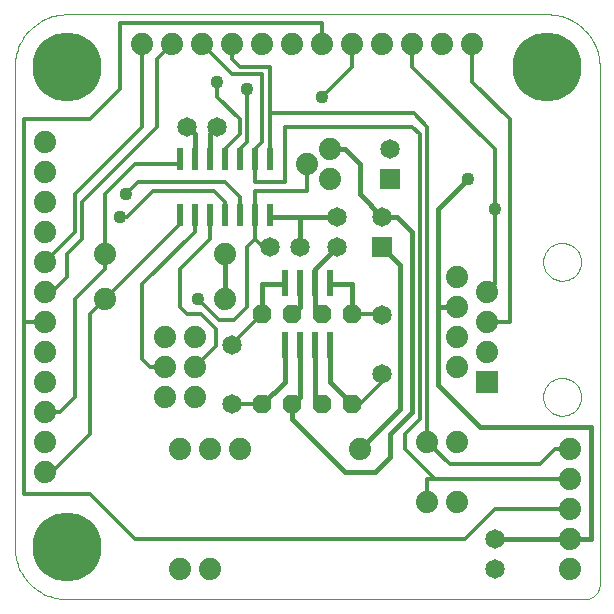
<source format=gtl>
G75*
G70*
%OFA0B0*%
%FSLAX24Y24*%
%IPPOS*%
%LPD*%
%AMOC8*
5,1,8,0,0,1.08239X$1,22.5*
%
%ADD10C,0.0000*%
%ADD11C,0.0740*%
%ADD12R,0.0220X0.0780*%
%ADD13R,0.0740X0.0740*%
%ADD14C,0.0650*%
%ADD15C,0.2300*%
%ADD16OC8,0.0630*%
%ADD17R,0.0240X0.0870*%
%ADD18C,0.0160*%
%ADD19R,0.0650X0.0650*%
%ADD20C,0.0150*%
%ADD21C,0.0436*%
%ADD22C,0.0120*%
%ADD23C,0.0100*%
D10*
X002425Y000675D02*
X019675Y000675D01*
X019719Y000677D01*
X019762Y000683D01*
X019804Y000692D01*
X019846Y000705D01*
X019886Y000722D01*
X019925Y000742D01*
X019962Y000765D01*
X019996Y000792D01*
X020029Y000821D01*
X020058Y000854D01*
X020085Y000888D01*
X020108Y000925D01*
X020128Y000964D01*
X020145Y001004D01*
X020158Y001046D01*
X020167Y001088D01*
X020173Y001131D01*
X020175Y001175D01*
X020175Y018425D01*
X020173Y018508D01*
X020167Y018591D01*
X020157Y018674D01*
X020143Y018756D01*
X020126Y018838D01*
X020104Y018918D01*
X020079Y018997D01*
X020050Y019075D01*
X020017Y019152D01*
X019980Y019227D01*
X019941Y019300D01*
X019897Y019371D01*
X019851Y019440D01*
X019801Y019507D01*
X019748Y019571D01*
X019692Y019633D01*
X019633Y019692D01*
X019571Y019748D01*
X019507Y019801D01*
X019440Y019851D01*
X019371Y019897D01*
X019300Y019941D01*
X019227Y019980D01*
X019152Y020017D01*
X019075Y020050D01*
X018997Y020079D01*
X018918Y020104D01*
X018838Y020126D01*
X018756Y020143D01*
X018674Y020157D01*
X018591Y020167D01*
X018508Y020173D01*
X018425Y020175D01*
X002425Y020175D01*
X002342Y020173D01*
X002259Y020167D01*
X002176Y020157D01*
X002094Y020143D01*
X002012Y020126D01*
X001932Y020104D01*
X001853Y020079D01*
X001775Y020050D01*
X001698Y020017D01*
X001623Y019980D01*
X001550Y019941D01*
X001479Y019897D01*
X001410Y019851D01*
X001343Y019801D01*
X001279Y019748D01*
X001217Y019692D01*
X001158Y019633D01*
X001102Y019571D01*
X001049Y019507D01*
X000999Y019440D01*
X000953Y019371D01*
X000909Y019300D01*
X000870Y019227D01*
X000833Y019152D01*
X000800Y019075D01*
X000771Y018997D01*
X000746Y018918D01*
X000724Y018838D01*
X000707Y018756D01*
X000693Y018674D01*
X000683Y018591D01*
X000677Y018508D01*
X000675Y018425D01*
X000675Y002425D01*
X000677Y002342D01*
X000683Y002259D01*
X000693Y002176D01*
X000707Y002094D01*
X000724Y002012D01*
X000746Y001932D01*
X000771Y001853D01*
X000800Y001775D01*
X000833Y001698D01*
X000870Y001623D01*
X000909Y001550D01*
X000953Y001479D01*
X000999Y001410D01*
X001049Y001343D01*
X001102Y001279D01*
X001158Y001217D01*
X001217Y001158D01*
X001279Y001102D01*
X001343Y001049D01*
X001410Y000999D01*
X001479Y000953D01*
X001550Y000909D01*
X001623Y000870D01*
X001698Y000833D01*
X001775Y000800D01*
X001853Y000771D01*
X001932Y000746D01*
X002012Y000724D01*
X002094Y000707D01*
X002176Y000693D01*
X002259Y000683D01*
X002342Y000677D01*
X002425Y000675D01*
X018295Y007425D02*
X018297Y007475D01*
X018303Y007525D01*
X018313Y007574D01*
X018327Y007622D01*
X018344Y007669D01*
X018365Y007714D01*
X018390Y007758D01*
X018418Y007799D01*
X018450Y007838D01*
X018484Y007875D01*
X018521Y007909D01*
X018561Y007939D01*
X018603Y007966D01*
X018647Y007990D01*
X018693Y008011D01*
X018740Y008027D01*
X018788Y008040D01*
X018838Y008049D01*
X018887Y008054D01*
X018938Y008055D01*
X018988Y008052D01*
X019037Y008045D01*
X019086Y008034D01*
X019134Y008019D01*
X019180Y008001D01*
X019225Y007979D01*
X019268Y007953D01*
X019309Y007924D01*
X019348Y007892D01*
X019384Y007857D01*
X019416Y007819D01*
X019446Y007779D01*
X019473Y007736D01*
X019496Y007692D01*
X019515Y007646D01*
X019531Y007598D01*
X019543Y007549D01*
X019551Y007500D01*
X019555Y007450D01*
X019555Y007400D01*
X019551Y007350D01*
X019543Y007301D01*
X019531Y007252D01*
X019515Y007204D01*
X019496Y007158D01*
X019473Y007114D01*
X019446Y007071D01*
X019416Y007031D01*
X019384Y006993D01*
X019348Y006958D01*
X019309Y006926D01*
X019268Y006897D01*
X019225Y006871D01*
X019180Y006849D01*
X019134Y006831D01*
X019086Y006816D01*
X019037Y006805D01*
X018988Y006798D01*
X018938Y006795D01*
X018887Y006796D01*
X018838Y006801D01*
X018788Y006810D01*
X018740Y006823D01*
X018693Y006839D01*
X018647Y006860D01*
X018603Y006884D01*
X018561Y006911D01*
X018521Y006941D01*
X018484Y006975D01*
X018450Y007012D01*
X018418Y007051D01*
X018390Y007092D01*
X018365Y007136D01*
X018344Y007181D01*
X018327Y007228D01*
X018313Y007276D01*
X018303Y007325D01*
X018297Y007375D01*
X018295Y007425D01*
X018295Y011925D02*
X018297Y011975D01*
X018303Y012025D01*
X018313Y012074D01*
X018327Y012122D01*
X018344Y012169D01*
X018365Y012214D01*
X018390Y012258D01*
X018418Y012299D01*
X018450Y012338D01*
X018484Y012375D01*
X018521Y012409D01*
X018561Y012439D01*
X018603Y012466D01*
X018647Y012490D01*
X018693Y012511D01*
X018740Y012527D01*
X018788Y012540D01*
X018838Y012549D01*
X018887Y012554D01*
X018938Y012555D01*
X018988Y012552D01*
X019037Y012545D01*
X019086Y012534D01*
X019134Y012519D01*
X019180Y012501D01*
X019225Y012479D01*
X019268Y012453D01*
X019309Y012424D01*
X019348Y012392D01*
X019384Y012357D01*
X019416Y012319D01*
X019446Y012279D01*
X019473Y012236D01*
X019496Y012192D01*
X019515Y012146D01*
X019531Y012098D01*
X019543Y012049D01*
X019551Y012000D01*
X019555Y011950D01*
X019555Y011900D01*
X019551Y011850D01*
X019543Y011801D01*
X019531Y011752D01*
X019515Y011704D01*
X019496Y011658D01*
X019473Y011614D01*
X019446Y011571D01*
X019416Y011531D01*
X019384Y011493D01*
X019348Y011458D01*
X019309Y011426D01*
X019268Y011397D01*
X019225Y011371D01*
X019180Y011349D01*
X019134Y011331D01*
X019086Y011316D01*
X019037Y011305D01*
X018988Y011298D01*
X018938Y011295D01*
X018887Y011296D01*
X018838Y011301D01*
X018788Y011310D01*
X018740Y011323D01*
X018693Y011339D01*
X018647Y011360D01*
X018603Y011384D01*
X018561Y011411D01*
X018521Y011441D01*
X018484Y011475D01*
X018450Y011512D01*
X018418Y011551D01*
X018390Y011592D01*
X018365Y011636D01*
X018344Y011681D01*
X018327Y011728D01*
X018313Y011776D01*
X018303Y011825D01*
X018297Y011875D01*
X018295Y011925D01*
D11*
X016425Y010925D03*
X015425Y010425D03*
X015425Y011425D03*
X016425Y009925D03*
X015425Y009425D03*
X016425Y008925D03*
X015425Y008425D03*
X015425Y005925D03*
X014425Y005925D03*
X012175Y005675D03*
X014425Y003925D03*
X015425Y003925D03*
X019175Y003675D03*
X019175Y002675D03*
X019175Y001675D03*
X019175Y004675D03*
X019175Y005675D03*
X011175Y014675D03*
X010425Y015175D03*
X011175Y015675D03*
X010925Y019175D03*
X009925Y019175D03*
X008925Y019175D03*
X007925Y019175D03*
X006925Y019175D03*
X005925Y019175D03*
X004925Y019175D03*
X001675Y015925D03*
X001675Y014925D03*
X001675Y013925D03*
X001675Y012925D03*
X001675Y011925D03*
X001675Y010925D03*
X001675Y009925D03*
X001675Y008925D03*
X001675Y007925D03*
X001675Y006925D03*
X001675Y005925D03*
X001675Y004925D03*
X005675Y007425D03*
X006675Y007425D03*
X006675Y008425D03*
X005675Y008425D03*
X005675Y009425D03*
X006675Y009425D03*
X007675Y010675D03*
X007675Y012175D03*
X003675Y012175D03*
X003675Y010675D03*
X006175Y005675D03*
X007175Y005675D03*
X008175Y005675D03*
X007175Y001675D03*
X006175Y001675D03*
X011925Y019175D03*
X012925Y019175D03*
X013925Y019175D03*
X014925Y019175D03*
X015925Y019175D03*
D12*
X009175Y015355D03*
X008675Y015355D03*
X008175Y015355D03*
X007675Y015355D03*
X007175Y015355D03*
X006675Y015355D03*
X006175Y015355D03*
X006175Y013495D03*
X006675Y013495D03*
X007175Y013495D03*
X007675Y013495D03*
X008175Y013495D03*
X008675Y013495D03*
X009175Y013495D03*
D13*
X016425Y007925D03*
D14*
X012925Y008191D03*
X012925Y010159D03*
X011425Y012425D03*
X011425Y013425D03*
X010175Y012425D03*
X009175Y012425D03*
X007925Y009159D03*
X007925Y007191D03*
X012925Y013425D03*
X013175Y015675D03*
X007425Y016425D03*
X006425Y016425D03*
X016675Y002675D03*
X016675Y001675D03*
D15*
X002425Y002425D03*
X002425Y018425D03*
X018425Y018425D03*
D16*
X011925Y010175D03*
X010925Y010175D03*
X009925Y010175D03*
X008925Y010175D03*
X008925Y007175D03*
X009925Y007175D03*
X010925Y007175D03*
X011925Y007175D03*
D17*
X011175Y009145D03*
X010675Y009145D03*
X010175Y009145D03*
X009675Y009145D03*
X009675Y011205D03*
X010175Y011205D03*
X010675Y011205D03*
X011175Y011205D03*
D18*
X011175Y011175D02*
X011925Y011175D01*
X011925Y010175D01*
X011175Y009175D02*
X011175Y007925D01*
X011925Y007175D01*
X010925Y007175D02*
X010675Y007425D01*
X010675Y009175D01*
X010175Y009175D02*
X010175Y007425D01*
X009925Y007175D01*
X009675Y007925D02*
X008925Y007175D01*
X009675Y007925D02*
X009675Y009175D01*
X009925Y010175D02*
X010175Y010425D01*
X010175Y011175D01*
X009675Y011175D02*
X008925Y011175D01*
X008925Y010175D01*
X010675Y010425D02*
X010925Y010175D01*
X010675Y010425D02*
X010675Y011175D01*
D19*
X012925Y012425D03*
X013175Y014675D03*
D20*
X012175Y014175D02*
X012925Y013425D01*
X013425Y013425D01*
X013925Y012925D01*
X013925Y006925D01*
X013175Y006175D01*
X013175Y005425D01*
X012675Y004925D01*
X011675Y004925D01*
X009925Y006675D01*
X009925Y007175D01*
X010175Y007425D02*
X010175Y009175D01*
X010175Y009145D01*
X010175Y010425D02*
X010175Y011175D01*
X010175Y011205D01*
X010675Y011205D02*
X010675Y011675D01*
X011425Y012425D01*
X011425Y013425D02*
X010175Y013425D01*
X010175Y012425D01*
X010175Y013425D02*
X009175Y013425D01*
X009175Y013495D01*
X007675Y012175D02*
X007675Y010675D01*
X010675Y010425D02*
X010675Y011175D01*
X010675Y011205D01*
X012925Y012425D02*
X013525Y011825D01*
X013525Y007025D01*
X012175Y005675D01*
X014775Y007825D02*
X014775Y010425D01*
X014775Y013675D01*
X015775Y014675D01*
X012175Y015175D02*
X012175Y014175D01*
X012175Y015175D02*
X011675Y015675D01*
X011175Y015675D01*
X007425Y016425D02*
X007175Y016175D01*
X007175Y015355D01*
X006675Y015355D02*
X006675Y016175D01*
X006425Y016425D01*
X014775Y010425D02*
X015425Y010425D01*
X014775Y007825D02*
X016175Y006425D01*
X019875Y006425D01*
X019875Y002675D01*
X019175Y002675D01*
X016675Y002675D01*
D21*
X006775Y010675D03*
X004175Y013425D03*
X004375Y014175D03*
X007425Y017925D03*
X008425Y017675D03*
X010925Y017425D03*
X015775Y014675D03*
X016675Y013675D03*
D22*
X016675Y011175D01*
X016425Y010925D01*
X016425Y009925D02*
X017175Y009925D01*
X017175Y016675D01*
X015925Y017925D01*
X015925Y019175D01*
X013925Y019175D02*
X013925Y018425D01*
X016675Y015675D01*
X016675Y013675D01*
X014175Y016175D02*
X014175Y006675D01*
X013675Y006175D01*
X013675Y005675D01*
X014675Y004675D01*
X014425Y004675D01*
X014425Y003925D01*
X014675Y004675D02*
X019175Y004675D01*
X019175Y005675D02*
X018675Y005675D01*
X018175Y005175D01*
X015175Y005175D01*
X014425Y005925D01*
X014425Y016425D01*
X013975Y016875D01*
X009175Y016875D01*
X009175Y015355D01*
X008675Y015355D02*
X008675Y015675D01*
X008925Y015925D01*
X008925Y018175D01*
X007925Y018175D01*
X006925Y019175D01*
X007925Y019175D02*
X007925Y018675D01*
X008175Y018425D01*
X009175Y018425D01*
X009175Y016875D01*
X009675Y016425D02*
X013925Y016425D01*
X014175Y016175D01*
X011925Y018425D02*
X010925Y017425D01*
X011925Y018425D02*
X011925Y019175D01*
X010925Y019175D02*
X010925Y019875D01*
X004175Y019875D01*
X004175Y017675D01*
X003175Y016675D01*
X000975Y016675D01*
X000975Y009925D01*
X000975Y004175D01*
X003175Y004175D01*
X004675Y002675D01*
X015675Y002675D01*
X016675Y003675D01*
X019175Y003675D01*
X012925Y007925D02*
X012925Y008191D01*
X012925Y007925D02*
X012175Y007175D01*
X011925Y007175D01*
X008925Y007175D02*
X007925Y007175D01*
X007925Y007191D01*
X006675Y008425D02*
X007375Y009125D01*
X007375Y009675D01*
X006875Y010175D01*
X006425Y010175D01*
X006175Y010425D01*
X006175Y011675D01*
X007175Y012675D01*
X007175Y013495D01*
X007675Y013495D02*
X007675Y013925D01*
X007325Y014275D01*
X005275Y014275D01*
X004425Y013425D01*
X004175Y013425D01*
X004375Y014175D02*
X004775Y014575D01*
X007675Y014575D01*
X008175Y014075D01*
X008175Y013495D01*
X008675Y013495D02*
X008675Y014275D01*
X010425Y014275D01*
X010425Y015175D01*
X009675Y014575D02*
X009675Y016425D01*
X008425Y015925D02*
X008175Y015675D01*
X008175Y015355D01*
X008675Y015355D02*
X008675Y014575D01*
X009675Y014575D01*
X008675Y013495D02*
X008675Y012675D01*
X008875Y012475D01*
X008925Y012425D01*
X008675Y012675D02*
X008425Y012425D01*
X008425Y010425D01*
X007975Y009975D01*
X007475Y009975D01*
X006775Y010675D01*
X007925Y009175D02*
X007925Y009159D01*
X007925Y009175D02*
X008925Y010175D01*
X011925Y010175D02*
X012925Y010175D01*
X012925Y010159D01*
X007675Y015355D02*
X007675Y015675D01*
X008175Y016175D01*
X008175Y016675D01*
X007425Y017425D01*
X007425Y017925D01*
X008425Y017675D02*
X008425Y015925D01*
X006175Y015355D02*
X006175Y015175D01*
X004675Y015175D01*
X003675Y014175D01*
X003675Y012175D01*
X003675Y011675D01*
X002675Y010675D01*
X002675Y007425D01*
X002175Y006925D01*
X001675Y006925D01*
X003175Y006175D02*
X003175Y010175D01*
X003675Y010675D01*
X006175Y013175D01*
X006175Y013495D01*
X006675Y013495D02*
X006675Y012925D01*
X004925Y011175D01*
X004925Y008675D01*
X005175Y008425D01*
X005675Y008425D01*
X003175Y006175D02*
X001925Y004925D01*
X001675Y004925D01*
X001675Y009925D02*
X000975Y009925D01*
X001675Y010925D02*
X001925Y010925D01*
X002425Y011425D01*
X002425Y012175D01*
X002925Y012675D01*
X002925Y013925D01*
X005425Y016425D01*
X005425Y018675D01*
X005925Y019175D01*
X004925Y019175D02*
X004925Y016425D01*
X002675Y014175D01*
X002675Y012925D01*
X001675Y011925D01*
D23*
X008875Y012475D02*
X009175Y012475D01*
X009175Y012425D01*
X008925Y011175D02*
X009675Y011175D01*
X009675Y011205D01*
X011175Y011175D02*
X011175Y011205D01*
X011175Y009175D02*
X011175Y007925D01*
X010675Y007425D02*
X010675Y009175D01*
X010675Y009145D01*
X011175Y009175D02*
X011175Y009145D01*
X009675Y009175D02*
X009675Y009145D01*
X009675Y009175D02*
X009675Y007925D01*
M02*

</source>
